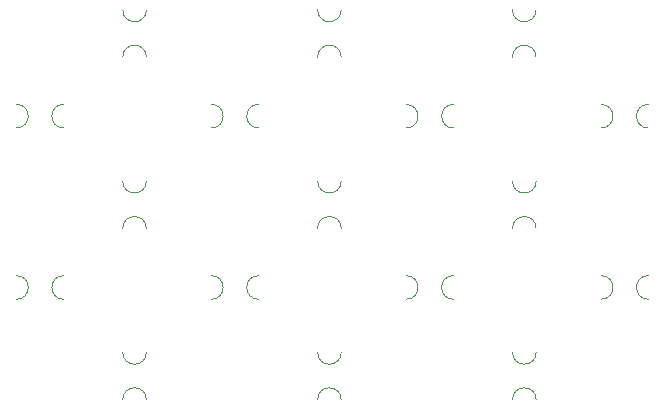
<source format=gbr>
%TF.GenerationSoftware,KiCad,Pcbnew,5.1.10-88a1d61d58~90~ubuntu20.04.1*%
%TF.CreationDate,2022-01-16T22:17:14+00:00*%
%TF.ProjectId,grove_adaptor_panel,67726f76-655f-4616-9461-70746f725f70,rev?*%
%TF.SameCoordinates,Original*%
%TF.FileFunction,Other,Comment*%
%FSLAX46Y46*%
G04 Gerber Fmt 4.6, Leading zero omitted, Abs format (unit mm)*
G04 Created by KiCad (PCBNEW 5.1.10-88a1d61d58~90~ubuntu20.04.1) date 2022-01-16 22:17:14*
%MOMM*%
%LPD*%
G01*
G04 APERTURE LIST*
%ADD10C,0.100000*%
G04 APERTURE END LIST*
D10*
%TO.C,mouse-bite-2mm-slot*%
X189000000Y-112500000D02*
G75*
G03*
X187000000Y-112500000I-1000000J0D01*
G01*
X187000000Y-108500000D02*
G75*
G03*
X189000000Y-108500000I1000000J0D01*
G01*
X227500000Y-118500000D02*
G75*
G03*
X227500000Y-116500000I0J1000000D01*
G01*
X231500000Y-116500000D02*
G75*
G03*
X231500000Y-118500000I0J-1000000D01*
G01*
X211000000Y-118500000D02*
G75*
G03*
X211000000Y-116500000I0J1000000D01*
G01*
X215000000Y-116500000D02*
G75*
G03*
X215000000Y-118500000I0J-1000000D01*
G01*
X194500000Y-118500000D02*
G75*
G03*
X194500000Y-116500000I0J1000000D01*
G01*
X198500000Y-116500000D02*
G75*
G03*
X198500000Y-118500000I0J-1000000D01*
G01*
X178000000Y-118500000D02*
G75*
G03*
X178000000Y-116500000I0J1000000D01*
G01*
X182000000Y-116500000D02*
G75*
G03*
X182000000Y-118500000I0J-1000000D01*
G01*
X227500000Y-104000000D02*
G75*
G03*
X227500000Y-102000000I0J1000000D01*
G01*
X231500000Y-102000000D02*
G75*
G03*
X231500000Y-104000000I0J-1000000D01*
G01*
X211000000Y-104000000D02*
G75*
G03*
X211000000Y-102000000I0J1000000D01*
G01*
X215000000Y-102000000D02*
G75*
G03*
X215000000Y-104000000I0J-1000000D01*
G01*
X194500000Y-104000000D02*
G75*
G03*
X194500000Y-102000000I0J1000000D01*
G01*
X198500000Y-102000000D02*
G75*
G03*
X198500000Y-104000000I0J-1000000D01*
G01*
X222000000Y-127000000D02*
G75*
G03*
X220000000Y-127000000I-1000000J0D01*
G01*
X220000000Y-123000000D02*
G75*
G03*
X222000000Y-123000000I1000000J0D01*
G01*
X205500000Y-127000000D02*
G75*
G03*
X203500000Y-127000000I-1000000J0D01*
G01*
X203500000Y-123000000D02*
G75*
G03*
X205500000Y-123000000I1000000J0D01*
G01*
X189000000Y-127000000D02*
G75*
G03*
X187000000Y-127000000I-1000000J0D01*
G01*
X187000000Y-123000000D02*
G75*
G03*
X189000000Y-123000000I1000000J0D01*
G01*
X222000000Y-112500000D02*
G75*
G03*
X220000000Y-112500000I-1000000J0D01*
G01*
X220000000Y-108500000D02*
G75*
G03*
X222000000Y-108500000I1000000J0D01*
G01*
X205500000Y-112500000D02*
G75*
G03*
X203500000Y-112500000I-1000000J0D01*
G01*
X203500000Y-108500000D02*
G75*
G03*
X205500000Y-108500000I1000000J0D01*
G01*
X222000000Y-98000000D02*
G75*
G03*
X220000000Y-98000000I-1000000J0D01*
G01*
X220000000Y-94000000D02*
G75*
G03*
X222000000Y-94000000I1000000J0D01*
G01*
X205500000Y-98000000D02*
G75*
G03*
X203500000Y-98000000I-1000000J0D01*
G01*
X203500000Y-94000000D02*
G75*
G03*
X205500000Y-94000000I1000000J0D01*
G01*
X189000000Y-98000000D02*
G75*
G03*
X187000000Y-98000000I-1000000J0D01*
G01*
X187000000Y-94000000D02*
G75*
G03*
X189000000Y-94000000I1000000J0D01*
G01*
X178000000Y-104000000D02*
G75*
G03*
X178000000Y-102000000I0J1000000D01*
G01*
X182000000Y-102000000D02*
G75*
G03*
X182000000Y-104000000I0J-1000000D01*
G01*
%TD*%
M02*

</source>
